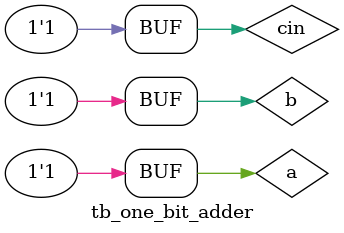
<source format=v>
module tb_one_bit_adder();
reg a,b,cin;
wire sum,cout;
one_bit_adder dut(.a(a),.b(b),.cin(cin),.sum(sum),.cout(cout));

initial begin
a = 1'b0;b = 1'b0;cin = 1'b0;#5;
a = 1'b0;b = 1'b0;cin = 1'b1;#5;
a = 1'b0;b = 1'b1;cin = 1'b0;#5;
a = 1'b0;b = 1'b1;cin = 1'b1;#5;
a = 1'b1;b = 1'b0;cin = 1'b0;#5;
a = 1'b1;b = 1'b0;cin = 1'b1;#5;
a = 1'b1;b = 1'b1;cin = 1'b0;#5;
a = 1'b1;b = 1'b1;cin = 1'b1;#5;
end

endmodule

</source>
